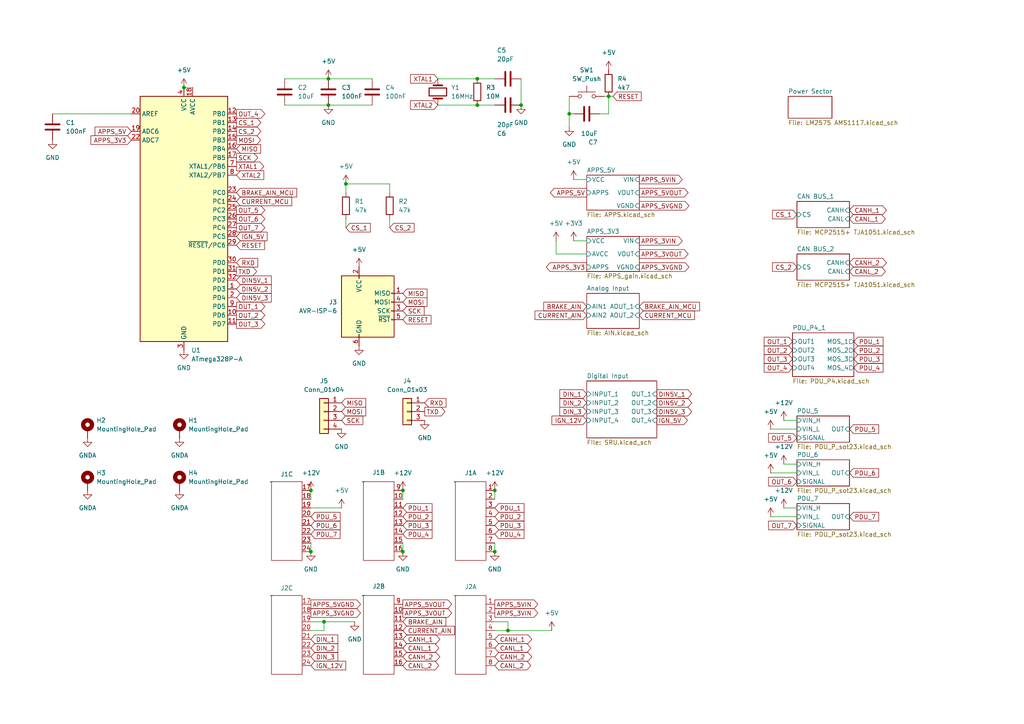
<source format=kicad_sch>
(kicad_sch (version 20250114) (generator "eeschema") (generator_version "9.0")
  (paper "A4")
  (lib_symbols
    (symbol "Connector:AVR-ISP-6" (pin_names (offset 1.016))
      (property "Reference" "J" (at -6.35 11.43 0))
      (property "Value" "AVR-ISP-6" (at 0 11.43 0))
      (symbol "AVR-ISP-6_0_1"
        (rectangle (start -2.667 10.16) (end -2.413 9.398))
        (rectangle (start -2.667 -6.858) (end -2.413 -7.62))
        (rectangle (start 7.62 10.16) (end -7.62 -7.62) (stroke (width 0.254)) (fill (type background)))
        (rectangle (start 7.62 5.207) (end 6.858 4.953))
        (rectangle (start 7.62 2.667) (end 6.858 2.413))
        (rectangle (start 7.62 0.127) (end 6.858 -0.127))
        (rectangle (start 7.62 -2.413) (end 6.858 -2.667))
      )
      (symbol "AVR-ISP-6_1_1"
        (pin passive line (at -2.54 12.7 270) (length 2.54) (name "VCC") (number "2"))
        (pin passive line (at -2.54 -10.16 90) (length 2.54) (name "GND") (number "6"))
        (pin passive line (at 10.16 5.08 180) (length 2.54) (name "MISO") (number "1"))
        (pin passive line (at 10.16 2.54 180) (length 2.54) (name "MOSI") (number "4"))
        (pin passive line (at 10.16 0 180) (length 2.54) (name "SCK") (number "3"))
        (pin passive line (at 10.16 -2.54 180) (length 2.54) (name "~{RST}") (number "5"))
      )
    )
    (symbol "Connector_Generic:Conn_01x03" (pin_names (offset 1.016) (hide yes))
      (property "Reference" "J" (at 0 5.08 0))
      (property "Value" "Conn_01x03" (at 0 -5.08 0))
      (symbol "Conn_01x03_1_1"
        (rectangle (start -1.27 3.81) (end 1.27 -3.81) (stroke (width 0.254)) (fill (type background)))
        (rectangle (start -1.27 2.667) (end 0 2.413) (stroke (width 0.1524)))
        (rectangle (start -1.27 0.127) (end 0 -0.127) (stroke (width 0.1524)))
        (rectangle (start -1.27 -2.413) (end 0 -2.667) (stroke (width 0.1524)))
        (pin passive line (at -5.08 2.54 0) (length 3.81) (name "Pin_1") (number "1"))
        (pin passive line (at -5.08 0 0) (length 3.81) (name "Pin_2") (number "2"))
        (pin passive line (at -5.08 -2.54 0) (length 3.81) (name "Pin_3") (number "3"))
      )
    )
    (symbol "Connector_Generic:Conn_01x04" (pin_names (offset 1.016) (hide yes))
      (property "Reference" "J" (at 0 5.08 0))
      (property "Value" "Conn_01x04" (at 0 -7.62 0))
      (symbol "Conn_01x04_1_1"
        (rectangle (start -1.27 3.81) (end 1.27 -6.35) (stroke (width 0.254)) (fill (type background)))
        (rectangle (start -1.27 2.667) (end 0 2.413) (stroke (width 0.1524)))
        (rectangle (start -1.27 0.127) (end 0 -0.127) (stroke (width 0.1524)))
        (rectangle (start -1.27 -2.413) (end 0 -2.667) (stroke (width 0.1524)))
        (rectangle (start -1.27 -4.953) (end 0 -5.207) (stroke (width 0.1524)))
        (pin passive line (at -5.08 2.54 0) (length 3.81) (name "Pin_1") (number "1"))
        (pin passive line (at -5.08 0 0) (length 3.81) (name "Pin_2") (number "2"))
        (pin passive line (at -5.08 -2.54 0) (length 3.81) (name "Pin_3") (number "3"))
        (pin passive line (at -5.08 -5.08 0) (length 3.81) (name "Pin_4") (number "4"))
      )
    )
    (symbol "Device:C" (pin_numbers (hide yes)) (pin_names (offset 0.254))
      (property "Reference" "C" (at 0.635 2.54 0))
      (property "Value" "C" (at 0.635 -2.54 0))
      (symbol "C_0_1"
        (polyline (pts (xy -2.032 0.762) (xy 2.032 0.762)) (stroke (width 0.508)))
        (polyline (pts (xy -2.032 -0.762) (xy 2.032 -0.762)) (stroke (width 0.508)))
      )
      (symbol "C_1_1"
        (pin passive line (at 0 3.81 270) (length 2.794) (name "~") (number "1"))
        (pin passive line (at 0 -3.81 90) (length 2.794) (name "~") (number "2"))
      )
    )
    (symbol "Device:Crystal" (pin_numbers (hide yes)) (pin_names (offset 1.016) (hide yes))
      (property "Reference" "Y" (at 0 3.81 0))
      (property "Value" "Crystal" (at 0 -3.81 0))
      (symbol "Crystal_0_1"
        (polyline (pts (xy -2.54 0) (xy -1.905 0)))
        (polyline (pts (xy -1.905 -1.27) (xy -1.905 1.27)) (stroke (width 0.508)))
        (rectangle (start -1.143 2.54) (end 1.143 -2.54) (stroke (width 0.3048)))
        (polyline (pts (xy 1.905 -1.27) (xy 1.905 1.27)) (stroke (width 0.508)))
        (polyline (pts (xy 2.54 0) (xy 1.905 0)))
      )
      (symbol "Crystal_1_1"
        (pin passive line (at -3.81 0 0) (length 1.27) (name "1") (number "1"))
        (pin passive line (at 3.81 0 180) (length 1.27) (name "2") (number "2"))
      )
    )
    (symbol "Device:R" (pin_numbers (hide yes)) (pin_names (offset 0))
      (property "Reference" "R" (at 2.032 0 90))
      (property "Value" "R" (at 0 0 90))
      (symbol "R_0_1"
        (rectangle (start -1.016 -2.54) (end 1.016 2.54) (stroke (width 0.254)))
      )
      (symbol "R_1_1"
        (pin passive line (at 0 3.81 270) (length 1.27) (name "~") (number "1"))
        (pin passive line (at 0 -3.81 90) (length 1.27) (name "~") (number "2"))
      )
    )
    (symbol "HD241:HD241"
      (property "Reference" "J" (at 3.81 1.27 0))
      (symbol "HD241_0_1"
        (rectangle (start 0 0) (end 8.89 -22.86))
      )
      (symbol "HD241_1_1"
        (pin bidirectional line (at 11.43 -2.54 180) (length 2.54) (name "") (number "1"))
        (pin bidirectional line (at 11.43 -5.08 180) (length 2.54) (name "") (number "2"))
        (pin bidirectional line (at 11.43 -7.62 180) (length 2.54) (name "") (number "3"))
        (pin bidirectional line (at 11.43 -10.16 180) (length 2.54) (name "") (number "4"))
        (pin bidirectional line (at 11.43 -12.7 180) (length 2.54) (name "") (number "5"))
        (pin bidirectional line (at 11.43 -15.24 180) (length 2.54) (name "") (number "6"))
        (pin bidirectional line (at 11.43 -17.78 180) (length 2.54) (name "") (number "7"))
        (pin bidirectional line (at 11.43 -20.32 180) (length 2.54) (name "") (number "8"))
      )
      (symbol "HD241_2_1"
        (pin bidirectional line (at 11.43 -2.54 180) (length 2.54) (name "") (number "9"))
        (pin bidirectional line (at 11.43 -5.08 180) (length 2.54) (name "") (number "10"))
        (pin bidirectional line (at 11.43 -7.62 180) (length 2.54) (name "") (number "11"))
        (pin bidirectional line (at 11.43 -10.16 180) (length 2.54) (name "") (number "12"))
        (pin bidirectional line (at 11.43 -12.7 180) (length 2.54) (name "") (number "13"))
        (pin bidirectional line (at 11.43 -15.24 180) (length 2.54) (name "") (number "14"))
        (pin bidirectional line (at 11.43 -17.78 180) (length 2.54) (name "") (number "15"))
        (pin bidirectional line (at 11.43 -20.32 180) (length 2.54) (name "") (number "16"))
      )
      (symbol "HD241_3_1"
        (pin bidirectional line (at 11.43 -2.54 180) (length 2.54) (name "") (number "17"))
        (pin bidirectional line (at 11.43 -5.08 180) (length 2.54) (name "") (number "18"))
        (pin bidirectional line (at 11.43 -7.62 180) (length 2.54) (name "") (number "19"))
        (pin bidirectional line (at 11.43 -10.16 180) (length 2.54) (name "") (number "20"))
        (pin bidirectional line (at 11.43 -12.7 180) (length 2.54) (name "") (number "21"))
        (pin bidirectional line (at 11.43 -15.24 180) (length 2.54) (name "") (number "22"))
        (pin bidirectional line (at 11.43 -17.78 180) (length 2.54) (name "") (number "23"))
        (pin bidirectional line (at 11.43 -20.32 180) (length 2.54) (name "") (number "24"))
      )
    )
    (symbol "MCU_Microchip_ATmega:ATmega328P-A"
      (property "Reference" "U" (at -12.7 36.83 0))
      (property "Value" "ATmega328P-A" (at 2.54 -36.83 0))
      (symbol "ATmega328P-A_0_1"
        (rectangle (start -12.7 -35.56) (end 12.7 35.56) (stroke (width 0.254)) (fill (type background)))
      )
      (symbol "ATmega328P-A_1_1"
        (pin passive line (at -15.24 30.48 0) (length 2.54) (name "AREF") (number "20"))
        (pin input line (at -15.24 25.4 0) (length 2.54) (name "ADC6") (number "19"))
        (pin input line (at -15.24 22.86 0) (length 2.54) (name "ADC7") (number "22"))
        (pin power_in line (at 0 38.1 270) (length 2.54) (name "VCC") (number "4"))
        (pin passive line (at 0 38.1 270) (length 2.54) (hide yes) (name "VCC") (number "6"))
        (pin passive line (at 0 -38.1 90) (length 2.54) (hide yes) (name "GND") (number "21"))
        (pin power_in line (at 0 -38.1 90) (length 2.54) (name "GND") (number "3"))
        (pin passive line (at 0 -38.1 90) (length 2.54) (hide yes) (name "GND") (number "5"))
        (pin power_in line (at 2.54 38.1 270) (length 2.54) (name "AVCC") (number "18"))
        (pin bidirectional line (at 15.24 30.48 180) (length 2.54) (name "PB0") (number "12"))
        (pin bidirectional line (at 15.24 27.94 180) (length 2.54) (name "PB1") (number "13"))
        (pin bidirectional line (at 15.24 25.4 180) (length 2.54) (name "PB2") (number "14"))
        (pin bidirectional line (at 15.24 22.86 180) (length 2.54) (name "PB3") (number "15"))
        (pin bidirectional line (at 15.24 20.32 180) (length 2.54) (name "PB4") (number "16"))
        (pin bidirectional line (at 15.24 17.78 180) (length 2.54) (name "PB5") (number "17"))
        (pin bidirectional line (at 15.24 15.24 180) (length 2.54) (name "XTAL1/PB6") (number "7"))
        (pin bidirectional line (at 15.24 12.7 180) (length 2.54) (name "XTAL2/PB7") (number "8"))
        (pin bidirectional line (at 15.24 7.62 180) (length 2.54) (name "PC0") (number "23"))
        (pin bidirectional line (at 15.24 5.08 180) (length 2.54) (name "PC1") (number "24"))
        (pin bidirectional line (at 15.24 2.54 180) (length 2.54) (name "PC2") (number "25"))
        (pin bidirectional line (at 15.24 0 180) (length 2.54) (name "PC3") (number "26"))
        (pin bidirectional line (at 15.24 -2.54 180) (length 2.54) (name "PC4") (number "27"))
        (pin bidirectional line (at 15.24 -5.08 180) (length 2.54) (name "PC5") (number "28"))
        (pin bidirectional line (at 15.24 -7.62 180) (length 2.54) (name "~{RESET}/PC6") (number "29"))
        (pin bidirectional line (at 15.24 -12.7 180) (length 2.54) (name "PD0") (number "30"))
        (pin bidirectional line (at 15.24 -15.24 180) (length 2.54) (name "PD1") (number "31"))
        (pin bidirectional line (at 15.24 -17.78 180) (length 2.54) (name "PD2") (number "32"))
        (pin bidirectional line (at 15.24 -20.32 180) (length 2.54) (name "PD3") (number "1"))
        (pin bidirectional line (at 15.24 -22.86 180) (length 2.54) (name "PD4") (number "2"))
        (pin bidirectional line (at 15.24 -25.4 180) (length 2.54) (name "PD5") (number "9"))
        (pin bidirectional line (at 15.24 -27.94 180) (length 2.54) (name "PD6") (number "10"))
        (pin bidirectional line (at 15.24 -30.48 180) (length 2.54) (name "PD7") (number "11"))
      )
    )
    (symbol "Mechanical:MountingHole_Pad" (pin_numbers (hide yes)) (pin_names (offset 1.016) (hide yes)) (exclude_from_sim yes) (in_bom no)
      (property "Reference" "H" (at 0 6.35 0))
      (property "Value" "MountingHole_Pad" (at 0 4.445 0))
      (symbol "MountingHole_Pad_0_1"
        (circle (center 0 1.27) (radius 1.27) (stroke (width 1.27)))
      )
      (symbol "MountingHole_Pad_1_1"
        (pin input line (at 0 -2.54 90) (length 2.54) (name "1") (number "1"))
      )
    )
    (symbol "Switch:SW_Push" (pin_numbers (hide yes)) (pin_names (offset 1.016) (hide yes))
      (property "Reference" "SW" (at 1.27 2.54 0))
      (property "Value" "SW_Push" (at 0 -1.524 0))
      (symbol "SW_Push_0_1"
        (circle (center -2.032 0) (radius 0.508))
        (polyline (pts (xy 0 1.27) (xy 0 3.048)))
        (circle (center 2.032 0) (radius 0.508))
        (polyline (pts (xy 2.54 1.27) (xy -2.54 1.27)))
        (pin passive line (at -5.08 0 0) (length 2.54) (name "1") (number "1"))
        (pin passive line (at 5.08 0 180) (length 2.54) (name "2") (number "2"))
      )
    )
    (symbol "power:+12V" (power) (pin_numbers (hide yes)) (pin_names (offset 0) (hide yes))
      (property "Value" "+12V" (at 0 3.556 0))
      (symbol "+12V_0_1"
        (polyline (pts (xy -0.762 1.27) (xy 0 2.54)))
        (polyline (pts (xy 0 2.54) (xy 0.762 1.27)))
        (polyline (pts (xy 0 0) (xy 0 2.54)))
      )
      (symbol "+12V_1_1"
        (pin power_in line (at 0 0 90) (length 0) (name "~") (number "1"))
      )
    )
    (symbol "power:+3V3" (power) (pin_numbers (hide yes)) (pin_names (offset 0) (hide yes))
      (property "Value" "+3V3" (at 0 3.556 0))
      (symbol "+3V3_0_1"
        (polyline (pts (xy -0.762 1.27) (xy 0 2.54)))
        (polyline (pts (xy 0 2.54) (xy 0.762 1.27)))
        (polyline (pts (xy 0 0) (xy 0 2.54)))
      )
      (symbol "+3V3_1_1"
        (pin power_in line (at 0 0 90) (length 0) (name "~") (number "1"))
      )
    )
    (symbol "power:+5V" (power) (pin_numbers (hide yes)) (pin_names (offset 0) (hide yes))
      (property "Value" "+5V" (at 0 3.556 0))
      (symbol "+5V_0_1"
        (polyline (pts (xy -0.762 1.27) (xy 0 2.54)))
        (polyline (pts (xy 0 2.54) (xy 0.762 1.27)))
        (polyline (pts (xy 0 0) (xy 0 2.54)))
      )
      (symbol "+5V_1_1"
        (pin power_in line (at 0 0 90) (length 0) (name "~") (number "1"))
      )
    )
    (symbol "power:GND" (power) (pin_numbers (hide yes)) (pin_names (offset 0) (hide yes))
      (property "Value" "GND" (at 0 -3.81 0))
      (symbol "GND_0_1"
        (polyline (pts (xy 0 0) (xy 0 -1.27) (xy 1.27 -1.27) (xy 0 -2.54) (xy -1.27 -1.27) (xy 0 -1.27)))
      )
      (symbol "GND_1_1"
        (pin power_in line (at 0 0 270) (length 0) (name "~") (number "1"))
      )
    )
    (symbol "power:GNDA" (power) (pin_numbers (hide yes)) (pin_names (offset 0) (hide yes))
      (property "Value" "GNDA" (at 0 -3.81 0))
      (symbol "GNDA_0_1"
        (polyline (pts (xy 0 0) (xy 0 -1.27) (xy 1.27 -1.27) (xy 0 -2.54) (xy -1.27 -1.27) (xy 0 -1.27)))
      )
      (symbol "GNDA_1_1"
        (pin power_in line (at 0 0 270) (length 0) (name "~") (number "1"))
      )
    )
  )
  (junction (at 53.34 25.4))
  (junction (at 90.17 160.02))
  (junction (at 95.25 30.48))
  (junction (at 165.1 33.02))
  (junction (at 95.25 22.86))
  (junction (at 138.43 30.48))
  (junction (at 93.98 180.34))
  (junction (at 143.51 160.02))
  (junction (at 116.84 142.24))
  (junction (at 151.13 30.48))
  (junction (at 90.17 142.24))
  (junction (at 100.33 53.34))
  (junction (at 116.84 160.02))
  (junction (at 176.53 27.94))
  (junction (at 147.32 182.88))
  (junction (at 138.43 22.86))
  (junction (at 143.51 142.24))
  (wire (pts (xy 166.37 69.85) (xy 170.18 69.85)))
  (wire (pts (xy 100.33 66.04) (xy 100.33 63.5)))
  (wire (pts (xy 90.17 142.24) (xy 90.17 144.78)))
  (wire (pts (xy 143.51 22.86) (xy 138.43 22.86)))
  (wire (pts (xy 223.52 149.86) (xy 231.14 149.86)))
  (wire (pts (xy 143.51 142.24) (xy 143.51 144.78)))
  (wire (pts (xy 166.37 33.02) (xy 165.1 33.02)))
  (wire (pts (xy 227.33 121.92) (xy 231.14 121.92)))
  (wire (pts (xy 161.29 69.85) (xy 161.29 73.66)))
  (wire (pts (xy 223.52 137.16) (xy 231.14 137.16)))
  (wire (pts (xy 90.17 182.88) (xy 93.98 182.88)))
  (wire (pts (xy 147.32 182.88) (xy 160.02 182.88)))
  (wire (pts (xy 113.03 66.04) (xy 113.03 63.5)))
  (wire (pts (xy 95.25 30.48) (xy 107.95 30.48)))
  (wire (pts (xy 227.33 134.62) (xy 231.14 134.62)))
  (wire (pts (xy 82.55 30.48) (xy 95.25 30.48)))
  (wire (pts (xy 116.84 160.02) (xy 116.84 157.48)))
  (wire (pts (xy 223.52 124.46) (xy 231.14 124.46)))
  (wire (pts (xy 90.17 160.02) (xy 90.17 157.48)))
  (wire (pts (xy 161.29 73.66) (xy 170.18 73.66)))
  (wire (pts (xy 147.32 182.88) (xy 147.32 180.34)))
  (wire (pts (xy 165.1 33.02) (xy 165.1 27.94)))
  (wire (pts (xy 166.37 52.07) (xy 170.18 52.07)))
  (wire (pts (xy 165.1 36.83) (xy 165.1 33.02)))
  (wire (pts (xy 93.98 180.34) (xy 90.17 180.34)))
  (wire (pts (xy 227.33 147.32) (xy 231.14 147.32)))
  (wire (pts (xy 127 22.86) (xy 138.43 22.86)))
  (wire (pts (xy 147.32 180.34) (xy 143.51 180.34)))
  (wire (pts (xy 173.99 33.02) (xy 176.53 33.02)))
  (wire (pts (xy 151.13 22.86) (xy 151.13 30.48)))
  (wire (pts (xy 113.03 53.34) (xy 113.03 55.88)))
  (wire (pts (xy 143.51 182.88) (xy 147.32 182.88)))
  (wire (pts (xy 113.03 53.34) (xy 100.33 53.34)))
  (wire (pts (xy 116.84 142.24) (xy 116.84 144.78)))
  (wire (pts (xy 93.98 180.34) (xy 93.98 182.88)))
  (wire (pts (xy 143.51 30.48) (xy 138.43 30.48)))
  (wire (pts (xy 143.51 160.02) (xy 143.51 157.48)))
  (wire (pts (xy 175.26 27.94) (xy 176.53 27.94)))
  (wire (pts (xy 176.53 33.02) (xy 176.53 27.94)))
  (wire (pts (xy 82.55 22.86) (xy 95.25 22.86)))
  (wire (pts (xy 95.25 22.86) (xy 107.95 22.86)))
  (wire (pts (xy 93.98 180.34) (xy 102.87 180.34)))
  (wire (pts (xy 127 30.48) (xy 138.43 30.48)))
  (wire (pts (xy 100.33 55.88) (xy 100.33 53.34)))
  (wire (pts (xy 176.53 27.94) (xy 177.8 27.94)))
  (wire (pts (xy 53.34 25.4) (xy 55.88 25.4)))
  (wire (pts (xy 15.24 33.02) (xy 38.1 33.02)))
  (wire (pts (xy 99.06 147.32) (xy 90.17 147.32)))
  (global_label "MOSI" (shape input) (at 99.06 119.38 0) (property "Intersheetrefs" "${INTERSHEET_REFS}" (effects (hide yes))))
  (global_label "DIN5V_3" (shape input) (at 68.58 86.36 0) (property "Intersheetrefs" "${INTERSHEET_REFS}" (effects (hide yes))))
  (global_label "APPS_3V3" (shape input) (at 38.1 40.64 180) (property "Intersheetrefs" "${INTERSHEET_REFS}" (effects (hide yes))))
  (global_label "CURRENT_MCU" (shape input) (at 68.58 58.42 0) (property "Intersheetrefs" "${INTERSHEET_REFS}" (effects (hide yes))))
  (global_label "CANL_2" (shape bidirectional) (at 116.84 193.04 0) (property "Intersheetrefs" "${INTERSHEET_REFS}" (effects (hide yes))))
  (global_label "CANL_1" (shape bidirectional) (at 143.51 187.96 0) (property "Intersheetrefs" "${INTERSHEET_REFS}" (effects (hide yes))))
  (global_label "RESET" (shape input) (at 68.58 71.12 0) (property "Intersheetrefs" "${INTERSHEET_REFS}" (effects (hide yes))))
  (global_label "OUT_1" (shape output) (at 68.58 88.9 0) (property "Intersheetrefs" "${INTERSHEET_REFS}" (effects (hide yes))))
  (global_label "OUT_3" (shape input) (at 229.87 104.14 180) (property "Intersheetrefs" "${INTERSHEET_REFS}" (effects (hide yes))))
  (global_label "CS_2" (shape input) (at 113.03 66.04 0) (property "Intersheetrefs" "${INTERSHEET_REFS}" (effects (hide yes))))
  (global_label "APPS_5VIN" (shape output) (at 185.42 52.07 0) (property "Intersheetrefs" "${INTERSHEET_REFS}" (effects (hide yes))))
  (global_label "CANL_1" (shape bidirectional) (at 246.38 63.5 0) (property "Intersheetrefs" "${INTERSHEET_REFS}" (effects (hide yes))))
  (global_label "CANL_1" (shape bidirectional) (at 116.84 187.96 0) (property "Intersheetrefs" "${INTERSHEET_REFS}" (effects (hide yes))))
  (global_label "PDU_3" (shape input) (at 116.84 152.4 0) (property "Intersheetrefs" "${INTERSHEET_REFS}" (effects (hide yes))))
  (global_label "OUT_6" (shape input) (at 231.14 139.7 180) (property "Intersheetrefs" "${INTERSHEET_REFS}" (effects (hide yes))))
  (global_label "APPS_5VOUT" (shape output) (at 185.42 55.88 0) (property "Intersheetrefs" "${INTERSHEET_REFS}" (effects (hide yes))))
  (global_label "PDU_1" (shape input) (at 116.84 147.32 0) (property "Intersheetrefs" "${INTERSHEET_REFS}" (effects (hide yes))))
  (global_label "APPS_5VIN" (shape output) (at 143.51 175.26 0) (property "Intersheetrefs" "${INTERSHEET_REFS}" (effects (hide yes))))
  (global_label "DIN_3" (shape input) (at 170.18 119.38 180) (property "Intersheetrefs" "${INTERSHEET_REFS}" (effects (hide yes))))
  (global_label "OUT_7" (shape input) (at 231.14 152.4 180) (property "Intersheetrefs" "${INTERSHEET_REFS}" (effects (hide yes))))
  (global_label "PDU_1" (shape input) (at 143.51 147.32 0) (property "Intersheetrefs" "${INTERSHEET_REFS}" (effects (hide yes))))
  (global_label "DIN5V_1" (shape input) (at 68.58 81.28 0) (property "Intersheetrefs" "${INTERSHEET_REFS}" (effects (hide yes))))
  (global_label "PDU_6" (shape input) (at 90.17 152.4 0) (property "Intersheetrefs" "${INTERSHEET_REFS}" (effects (hide yes))))
  (global_label "OUT_6" (shape output) (at 68.58 63.5 0) (property "Intersheetrefs" "${INTERSHEET_REFS}" (effects (hide yes))))
  (global_label "PDU_7" (shape input) (at 90.17 154.94 0) (property "Intersheetrefs" "${INTERSHEET_REFS}" (effects (hide yes))))
  (global_label "BRAKE_AIN" (shape input) (at 170.18 88.9 180) (property "Intersheetrefs" "${INTERSHEET_REFS}" (effects (hide yes))))
  (global_label "OUT_5" (shape input) (at 231.14 127 180) (property "Intersheetrefs" "${INTERSHEET_REFS}" (effects (hide yes))))
  (global_label "MOSI" (shape input) (at 116.84 87.63 0) (property "Intersheetrefs" "${INTERSHEET_REFS}" (effects (hide yes))))
  (global_label "APPS_3VGND" (shape output) (at 185.42 77.47 0) (property "Intersheetrefs" "${INTERSHEET_REFS}" (effects (hide yes))))
  (global_label "PDU_4" (shape input) (at 143.51 154.94 0) (property "Intersheetrefs" "${INTERSHEET_REFS}" (effects (hide yes))))
  (global_label "PDU_2" (shape input) (at 143.51 149.86 0) (property "Intersheetrefs" "${INTERSHEET_REFS}" (effects (hide yes))))
  (global_label "PDU_2" (shape input) (at 247.65 101.6 0) (property "Intersheetrefs" "${INTERSHEET_REFS}" (effects (hide yes))))
  (global_label "DIN_2" (shape input) (at 170.18 116.84 180) (property "Intersheetrefs" "${INTERSHEET_REFS}" (effects (hide yes))))
  (global_label "APPS_5VOUT" (shape output) (at 116.84 175.26 0) (property "Intersheetrefs" "${INTERSHEET_REFS}" (effects (hide yes))))
  (global_label "PDU_4" (shape input) (at 247.65 106.68 0) (property "Intersheetrefs" "${INTERSHEET_REFS}" (effects (hide yes))))
  (global_label "IGN_5V" (shape output) (at 190.5 121.92 0) (property "Intersheetrefs" "${INTERSHEET_REFS}" (effects (hide yes))))
  (global_label "DIN_1" (shape input) (at 90.17 185.42 0) (property "Intersheetrefs" "${INTERSHEET_REFS}" (effects (hide yes))))
  (global_label "APPS_5VGND" (shape output) (at 90.17 175.26 0) (property "Intersheetrefs" "${INTERSHEET_REFS}" (effects (hide yes))))
  (global_label "PDU_1" (shape input) (at 247.65 99.06 0) (property "Intersheetrefs" "${INTERSHEET_REFS}" (effects (hide yes))))
  (global_label "APPS_3VOUT" (shape output) (at 116.84 177.8 0) (property "Intersheetrefs" "${INTERSHEET_REFS}" (effects (hide yes))))
  (global_label "RESET" (shape input) (at 177.8 27.94 0) (property "Intersheetrefs" "${INTERSHEET_REFS}" (effects (hide yes))))
  (global_label "RESET" (shape input) (at 116.84 92.71 0) (property "Intersheetrefs" "${INTERSHEET_REFS}" (effects (hide yes))))
  (global_label "SCK" (shape input) (at 116.84 90.17 0) (property "Intersheetrefs" "${INTERSHEET_REFS}" (effects (hide yes))))
  (global_label "PDU_3" (shape input) (at 247.65 104.14 0) (property "Intersheetrefs" "${INTERSHEET_REFS}" (effects (hide yes))))
  (global_label "MISO" (shape input) (at 68.58 43.18 0) (property "Intersheetrefs" "${INTERSHEET_REFS}" (effects (hide yes))))
  (global_label "CANH_1" (shape bidirectional) (at 143.51 185.42 0) (property "Intersheetrefs" "${INTERSHEET_REFS}" (effects (hide yes))))
  (global_label "MISO" (shape input) (at 116.84 85.09 0) (property "Intersheetrefs" "${INTERSHEET_REFS}" (effects (hide yes))))
  (global_label "DIN_3" (shape input) (at 90.17 190.5 0) (property "Intersheetrefs" "${INTERSHEET_REFS}" (effects (hide yes))))
  (global_label "SCK" (shape output) (at 68.58 45.72 0) (property "Intersheetrefs" "${INTERSHEET_REFS}" (effects (hide yes))))
  (global_label "DIN5V_3" (shape output) (at 190.5 119.38 0) (property "Intersheetrefs" "${INTERSHEET_REFS}" (effects (hide yes))))
  (global_label "XTAL1" (shape output) (at 68.58 48.26 0) (property "Intersheetrefs" "${INTERSHEET_REFS}" (effects (hide yes))))
  (global_label "PDU_2" (shape input) (at 116.84 149.86 0) (property "Intersheetrefs" "${INTERSHEET_REFS}" (effects (hide yes))))
  (global_label "APPS_3VOUT" (shape output) (at 185.42 73.66 0) (property "Intersheetrefs" "${INTERSHEET_REFS}" (effects (hide yes))))
  (global_label "OUT_2" (shape output) (at 68.58 91.44 0) (property "Intersheetrefs" "${INTERSHEET_REFS}" (effects (hide yes))))
  (global_label "CANH_1" (shape bidirectional) (at 116.84 185.42 0) (property "Intersheetrefs" "${INTERSHEET_REFS}" (effects (hide yes))))
  (global_label "TXD" (shape output) (at 68.58 78.74 0) (property "Intersheetrefs" "${INTERSHEET_REFS}" (effects (hide yes))))
  (global_label "APPS_3VIN" (shape output) (at 143.51 177.8 0) (property "Intersheetrefs" "${INTERSHEET_REFS}" (effects (hide yes))))
  (global_label "OUT_4" (shape output) (at 68.58 33.02 0) (property "Intersheetrefs" "${INTERSHEET_REFS}" (effects (hide yes))))
  (global_label "RXD" (shape input) (at 123.19 116.84 0) (property "Intersheetrefs" "${INTERSHEET_REFS}" (effects (hide yes))))
  (global_label "IGN_12V" (shape input) (at 170.18 121.92 180) (property "Intersheetrefs" "${INTERSHEET_REFS}" (effects (hide yes))))
  (global_label "CS_1" (shape input) (at 231.14 62.23 180) (property "Intersheetrefs" "${INTERSHEET_REFS}" (effects (hide yes))))
  (global_label "SCK" (shape input) (at 99.06 121.92 0) (property "Intersheetrefs" "${INTERSHEET_REFS}" (effects (hide yes))))
  (global_label "IGN_5V" (shape input) (at 68.58 68.58 0) (property "Intersheetrefs" "${INTERSHEET_REFS}" (effects (hide yes))))
  (global_label "OUT_7" (shape output) (at 68.58 66.04 0) (property "Intersheetrefs" "${INTERSHEET_REFS}" (effects (hide yes))))
  (global_label "CANH_2" (shape bidirectional) (at 143.51 190.5 0) (property "Intersheetrefs" "${INTERSHEET_REFS}" (effects (hide yes))))
  (global_label "MOSI" (shape output) (at 68.58 40.64 0) (property "Intersheetrefs" "${INTERSHEET_REFS}" (effects (hide yes))))
  (global_label "CURRENT_MCU" (shape input) (at 185.42 91.44 0) (property "Intersheetrefs" "${INTERSHEET_REFS}" (effects (hide yes))))
  (global_label "CANH_2" (shape bidirectional) (at 246.38 76.2 0) (property "Intersheetrefs" "${INTERSHEET_REFS}" (effects (hide yes))))
  (global_label "APPS_5VGND" (shape output) (at 185.42 59.69 0) (property "Intersheetrefs" "${INTERSHEET_REFS}" (effects (hide yes))))
  (global_label "DIN5V_2" (shape output) (at 190.5 116.84 0) (property "Intersheetrefs" "${INTERSHEET_REFS}" (effects (hide yes))))
  (global_label "DIN_2" (shape input) (at 90.17 187.96 0) (property "Intersheetrefs" "${INTERSHEET_REFS}" (effects (hide yes))))
  (global_label "PDU_3" (shape input) (at 143.51 152.4 0) (property "Intersheetrefs" "${INTERSHEET_REFS}" (effects (hide yes))))
  (global_label "OUT_1" (shape input) (at 229.87 99.06 180) (property "Intersheetrefs" "${INTERSHEET_REFS}" (effects (hide yes))))
  (global_label "PDU_6" (shape input) (at 246.38 137.16 0) (property "Intersheetrefs" "${INTERSHEET_REFS}" (effects (hide yes))))
  (global_label "RXD" (shape input) (at 68.58 76.2 0) (property "Intersheetrefs" "${INTERSHEET_REFS}" (effects (hide yes))))
  (global_label "BRAKE_AIN_MCU" (shape input) (at 185.42 88.9 0) (property "Intersheetrefs" "${INTERSHEET_REFS}" (effects (hide yes))))
  (global_label "XTAL1" (shape input) (at 127 22.86 180) (property "Intersheetrefs" "${INTERSHEET_REFS}" (effects (hide yes))))
  (global_label "APPS_3VIN" (shape output) (at 185.42 69.85 0) (property "Intersheetrefs" "${INTERSHEET_REFS}" (effects (hide yes))))
  (global_label "CANH_1" (shape bidirectional) (at 246.38 60.96 0) (property "Intersheetrefs" "${INTERSHEET_REFS}" (effects (hide yes))))
  (global_label "APPS_5V" (shape input) (at 38.1 38.1 180) (property "Intersheetrefs" "${INTERSHEET_REFS}" (effects (hide yes))))
  (global_label "APPS_3VGND" (shape output) (at 90.17 177.8 0) (property "Intersheetrefs" "${INTERSHEET_REFS}" (effects (hide yes))))
  (global_label "OUT_3" (shape output) (at 68.58 93.98 0) (property "Intersheetrefs" "${INTERSHEET_REFS}" (effects (hide yes))))
  (global_label "CURRENT_AIN" (shape input) (at 170.18 91.44 180) (property "Intersheetrefs" "${INTERSHEET_REFS}" (effects (hide yes))))
  (global_label "CURRENT_AIN" (shape input) (at 116.84 182.88 0) (property "Intersheetrefs" "${INTERSHEET_REFS}" (effects (hide yes))))
  (global_label "CANL_2" (shape bidirectional) (at 143.51 193.04 0) (property "Intersheetrefs" "${INTERSHEET_REFS}" (effects (hide yes))))
  (global_label "DIN5V_1" (shape output) (at 190.5 114.3 0) (property "Intersheetrefs" "${INTERSHEET_REFS}" (effects (hide yes))))
  (global_label "PDU_5" (shape input) (at 246.38 124.46 0) (property "Intersheetrefs" "${INTERSHEET_REFS}" (effects (hide yes))))
  (global_label "XTAL2" (shape input) (at 68.58 50.8 0) (property "Intersheetrefs" "${INTERSHEET_REFS}" (effects (hide yes))))
  (global_label "APPS_5V" (shape output) (at 170.18 55.88 180) (property "Intersheetrefs" "${INTERSHEET_REFS}" (effects (hide yes))))
  (global_label "BRAKE_AIN_MCU" (shape input) (at 68.58 55.88 0) (property "Intersheetrefs" "${INTERSHEET_REFS}" (effects (hide yes))))
  (global_label "PDU_5" (shape input) (at 90.17 149.86 0) (property "Intersheetrefs" "${INTERSHEET_REFS}" (effects (hide yes))))
  (global_label "CS_2" (shape output) (at 68.58 38.1 0) (property "Intersheetrefs" "${INTERSHEET_REFS}" (effects (hide yes))))
  (global_label "OUT_5" (shape output) (at 68.58 60.96 0) (property "Intersheetrefs" "${INTERSHEET_REFS}" (effects (hide yes))))
  (global_label "XTAL2" (shape input) (at 127 30.48 180) (property "Intersheetrefs" "${INTERSHEET_REFS}" (effects (hide yes))))
  (global_label "PDU_4" (shape input) (at 116.84 154.94 0) (property "Intersheetrefs" "${INTERSHEET_REFS}" (effects (hide yes))))
  (global_label "OUT_4" (shape input) (at 229.87 106.68 180) (property "Intersheetrefs" "${INTERSHEET_REFS}" (effects (hide yes))))
  (global_label "CS_1" (shape input) (at 100.33 66.04 0) (property "Intersheetrefs" "${INTERSHEET_REFS}" (effects (hide yes))))
  (global_label "OUT_2" (shape input) (at 229.87 101.6 180) (property "Intersheetrefs" "${INTERSHEET_REFS}" (effects (hide yes))))
  (global_label "PDU_7" (shape input) (at 246.38 149.86 0) (property "Intersheetrefs" "${INTERSHEET_REFS}" (effects (hide yes))))
  (global_label "DIN_1" (shape input) (at 170.18 114.3 180) (property "Intersheetrefs" "${INTERSHEET_REFS}" (effects (hide yes))))
  (global_label "CS_2" (shape input) (at 231.14 77.47 180) (property "Intersheetrefs" "${INTERSHEET_REFS}" (effects (hide yes))))
  (global_label "APPS_3V3" (shape output) (at 170.18 77.47 180) (property "Intersheetrefs" "${INTERSHEET_REFS}" (effects (hide yes))))
  (global_label "BRAKE_AIN" (shape input) (at 116.84 180.34 0) (property "Intersheetrefs" "${INTERSHEET_REFS}" (effects (hide yes))))
  (global_label "CANH_2" (shape bidirectional) (at 116.84 190.5 0) (property "Intersheetrefs" "${INTERSHEET_REFS}" (effects (hide yes))))
  (global_label "IGN_12V" (shape input) (at 90.17 193.04 0) (property "Intersheetrefs" "${INTERSHEET_REFS}" (effects (hide yes))))
  (global_label "TXD" (shape output) (at 123.19 119.38 0) (property "Intersheetrefs" "${INTERSHEET_REFS}" (effects (hide yes))))
  (global_label "CS_1" (shape output) (at 68.58 35.56 0) (property "Intersheetrefs" "${INTERSHEET_REFS}" (effects (hide yes))))
  (global_label "DIN5V_2" (shape input) (at 68.58 83.82 0) (property "Intersheetrefs" "${INTERSHEET_REFS}" (effects (hide yes))))
  (global_label "MISO" (shape input) (at 99.06 116.84 0) (property "Intersheetrefs" "${INTERSHEET_REFS}" (effects (hide yes))))
  (global_label "CANL_2" (shape bidirectional) (at 246.38 78.74 0) (property "Intersheetrefs" "${INTERSHEET_REFS}" (effects (hide yes))))
  (symbol (lib_id "power:+5V") (at 166.37 52.07 0) (unit 1)
    (property "Reference" "#PWR021" (effects (hide yes)))
    (property "Value" "+5V" (at 166.37 46.99 0))
    (property "Description" "Power symbol creates a global label with name \"+5V\"" (effects (hide yes)))
  )
  (symbol (lib_id "Mechanical:MountingHole_Pad") (at 52.07 124.46 0) (unit 1) (exclude_from_sim yes) (in_bom no)
    (property "Reference" "H1" (at 54.61 121.9199 0) (effects (justify left)))
    (property "Value" "MountingHole_Pad" (at 54.61 124.4599 0) (effects (justify left)))
    (property "Footprint" "RMC_MountingHole:MountingHole_3.2mmx5mm_M3_ISO7380" (effects (hide yes)))
    (property "Description" "Mounting Hole with connection" (effects (hide yes)))
  )
  (symbol (lib_id "power:GND") (at 95.25 30.48 0) (unit 1)
    (property "Reference" "#PWR07" (effects (hide yes)))
    (property "Value" "GND" (at 95.25 35.56 0))
    (property "Description" "Power symbol creates a global label with name \"GND\" , ground" (effects (hide yes)))
  )
  (symbol (lib_id "Device:C") (at 147.32 22.86 90) (unit 1)
    (property "Reference" "C5" (at 144.145 14.6049 90) (effects (justify right)))
    (property "Value" "20pF" (at 144.145 17.1449 90) (effects (justify right)))
    (property "Footprint" "RMC_Capacitor:C_0805_2012Metric_Pad1.18x1.45mm_HandSolder_L" (effects (hide yes)))
    (property "Description" "Unpolarized capacitor" (effects (hide yes)))
  )
  (symbol (lib_id "Mechanical:MountingHole_Pad") (at 25.4 139.7 0) (unit 1) (exclude_from_sim yes) (in_bom no)
    (property "Reference" "H3" (at 27.94 137.1599 0) (effects (justify left)))
    (property "Value" "MountingHole_Pad" (at 27.94 139.6999 0) (effects (justify left)))
    (property "Footprint" "RMC_MountingHole:MountingHole_3.2mmx5mm_M3_ISO7380" (effects (hide yes)))
    (property "Description" "Mounting Hole with connection" (effects (hide yes)))
  )
  (symbol (lib_id "power:+5V") (at 95.25 22.86 0) (unit 1)
    (property "Reference" "#PWR06" (effects (hide yes)))
    (property "Value" "+5V" (at 95.25 17.78 0))
    (property "Description" "Power symbol creates a global label with name \"+5V\"" (effects (hide yes)))
  )
  (symbol (lib_id "power:+5V") (at 223.52 149.86 0) (unit 1)
    (property "Reference" "#PWR026" (effects (hide yes)))
    (property "Value" "+5V" (at 223.52 144.78 0))
    (property "Description" "Power symbol creates a global label with name \"+5V\"" (effects (hide yes)))
  )
  (symbol (lib_id "Device:C") (at 82.55 26.67 0) (unit 1)
    (property "Reference" "C2" (at 86.36 25.3999 0) (effects (justify left)))
    (property "Value" "10uF" (at 86.36 27.9399 0) (effects (justify left)))
    (property "Footprint" "RMC_Capacitor:C_0805_2012Metric_Pad1.18x1.45mm_HandSolder_L" (effects (hide yes)))
    (property "Description" "Unpolarized capacitor" (effects (hide yes)))
  )
  (symbol (lib_id "power:GND") (at 104.14 100.33 0) (unit 1)
    (property "Reference" "#PWR012" (effects (hide yes)))
    (property "Value" "GND" (at 104.14 105.41 0))
    (property "Description" "Power symbol creates a global label with name \"GND\" , ground" (effects (hide yes)))
  )
  (symbol (lib_id "power:GND") (at 165.1 36.83 0) (unit 1)
    (property "Reference" "#PWR020" (effects (hide yes)))
    (property "Value" "GND" (at 165.1 41.91 0))
    (property "Description" "Power symbol creates a global label with name \"GND\" , ground" (effects (hide yes)))
  )
  (symbol (lib_id "power:+12V") (at 90.17 142.24 0) (unit 1)
    (property "Reference" "#PWR04" (effects (hide yes)))
    (property "Value" "+12V" (at 90.17 137.16 0))
    (property "Description" "Power symbol creates a global label with name \"+12V\"" (effects (hide yes)))
  )
  (symbol (lib_id "power:+12V") (at 143.51 142.24 0) (unit 1)
    (property "Reference" "#PWR015" (effects (hide yes)))
    (property "Value" "+12V" (at 143.51 137.16 0))
    (property "Description" "Power symbol creates a global label with name \"+12V\"" (effects (hide yes)))
  )
  (symbol (lib_id "Connector:AVR-ISP-6") (at 106.68 90.17 0) (unit 1)
    (property "Reference" "J3" (at 97.79 87.6299 0) (effects (justify right)))
    (property "Value" "AVR-ISP-6" (at 97.79 90.1699 0) (effects (justify right)))
    (property "Footprint" "RMC_Connnector:PinHeader_2x03_P2.54mm_Vertical_handsolder" (effects (hide yes)))
    (property "Description" "Atmel 6-pin ISP connector" (effects (hide yes)))
  )
  (symbol (lib_id "power:+5V") (at 99.06 147.32 0) (unit 1)
    (property "Reference" "#PWR08" (effects (hide yes)))
    (property "Value" "+5V" (at 99.06 142.24 0))
    (property "Description" "Power symbol creates a global label with name \"+5V\"" (effects (hide yes)))
  )
  (symbol (lib_id "power:+5V") (at 104.14 77.47 0) (unit 1)
    (property "Reference" "#PWR011" (effects (hide yes)))
    (property "Value" "+5V" (at 104.14 72.39 0))
    (property "Description" "Power symbol creates a global label with name \"+5V\"" (effects (hide yes)))
  )
  (symbol (lib_id "power:GND") (at 102.87 180.34 0) (unit 1)
    (property "Reference" "#PWR010" (effects (hide yes)))
    (property "Value" "GND" (at 102.87 185.42 0))
    (property "Description" "Power symbol creates a global label with name \"GND\" , ground" (effects (hide yes)))
  )
  (symbol (lib_id "Device:R") (at 138.43 26.67 0) (unit 1)
    (property "Reference" "R3" (at 140.97 25.3999 0) (effects (justify left)))
    (property "Value" "10M" (at 140.97 27.9399 0) (effects (justify left)))
    (property "Footprint" "RMC_Resistor:R_0805_2012Metric_Pad1.20x1.40mm_HandSolder_L" (effects (hide yes)))
    (property "Description" "Resistor" (effects (hide yes)))
  )
  (symbol (lib_id "power:GND") (at 15.24 40.64 0) (unit 1)
    (property "Reference" "#PWR01" (effects (hide yes)))
    (property "Value" "GND" (at 15.24 45.72 0))
    (property "Description" "Power symbol creates a global label with name \"GND\" , ground" (effects (hide yes)))
  )
  (symbol (lib_id "MCU_Microchip_ATmega:ATmega328P-A") (at 53.34 63.5 0) (unit 1)
    (property "Reference" "U1" (at 55.4833 101.6 0) (effects (justify left)))
    (property "Value" "ATmega328P-A" (at 55.4833 104.14 0) (effects (justify left)))
    (property "Footprint" "RMC_QFP:TQFP-32_7x7mm_P0.8mm_L" (effects (hide yes)))
    (property "Datasheet" "http://ww1.microchip.com/downloads/en/DeviceDoc/ATmega328_P%20AVR%20MCU%20with%20picoPower%20Technology%20Data%20Sheet%2040001984A.pdf" (effects (hide yes)))
    (property "Description" "20MHz, 32kB Flash, 2kB SRAM, 1kB EEPROM, TQFP-32" (effects (hide yes)))
  )
  (symbol (lib_id "power:GNDA") (at 25.4 142.24 0) (unit 1)
    (property "Reference" "#PWR0104" (effects (hide yes)))
    (property "Value" "GNDA" (at 25.4 147.32 0))
    (property "Description" "Power symbol creates a global label with name \"GNDA\" , analog ground" (effects (hide yes)))
  )
  (symbol (lib_id "power:+3V3") (at 166.37 69.85 0) (unit 1)
    (property "Reference" "#PWR022" (effects (hide yes)))
    (property "Value" "+3V3" (at 166.37 64.77 0))
    (property "Description" "Power symbol creates a global label with name \"+3V3\"" (effects (hide yes)))
  )
  (symbol (lib_id "power:+5V") (at 53.34 25.4 0) (unit 1)
    (property "Reference" "#PWR02" (effects (hide yes)))
    (property "Value" "+5V" (at 53.34 20.32 0))
    (property "Description" "Power symbol creates a global label with name \"+5V\"" (effects (hide yes)))
  )
  (symbol (lib_id "power:GND") (at 151.13 30.48 0) (unit 1)
    (property "Reference" "#PWR017" (effects (hide yes)))
    (property "Value" "GND" (at 151.13 35.56 0))
    (property "Description" "Power symbol creates a global label with name \"GND\" , ground" (effects (hide yes)))
  )
  (symbol (lib_id "power:GNDA") (at 52.07 142.24 0) (unit 1)
    (property "Reference" "#PWR0106" (effects (hide yes)))
    (property "Value" "GNDA" (at 52.07 147.32 0))
    (property "Description" "Power symbol creates a global label with name \"GNDA\" , analog ground" (effects (hide yes)))
  )
  (symbol (lib_id "Device:C") (at 170.18 33.02 270) (unit 1)
    (property "Reference" "C7" (at 173.355 41.2751 90) (effects (justify right)))
    (property "Value" "10uF" (at 173.355 38.7351 90) (effects (justify right)))
    (property "Footprint" "RMC_Capacitor:C_0805_2012Metric_Pad1.18x1.45mm_HandSolder_L" (effects (hide yes)))
    (property "Description" "Unpolarized capacitor" (effects (hide yes)))
  )
  (symbol (lib_id "power:+12V") (at 227.33 134.62 0) (unit 1)
    (property "Reference" "#PWR028" (effects (hide yes)))
    (property "Value" "+12V" (at 227.33 129.54 0))
    (property "Description" "Power symbol creates a global label with name \"+12V\"" (effects (hide yes)))
  )
  (symbol (lib_id "power:GND") (at 99.06 124.46 0) (unit 1)
    (property "Reference" "#PWR0108" (effects (hide yes)))
    (property "Value" "GND" (at 99.06 129.54 0))
    (property "Description" "Power symbol creates a global label with name \"GND\" , ground" (effects (hide yes)))
  )
  (symbol (lib_id "Mechanical:MountingHole_Pad") (at 52.07 139.7 0) (unit 1) (exclude_from_sim yes) (in_bom no)
    (property "Reference" "H4" (at 54.61 137.1599 0) (effects (justify left)))
    (property "Value" "MountingHole_Pad" (at 54.61 139.6999 0) (effects (justify left)))
    (property "Footprint" "RMC_MountingHole:MountingHole_3.2mmx5mm_M3_ISO7380" (effects (hide yes)))
    (property "Description" "Mounting Hole with connection" (effects (hide yes)))
  )
  (symbol (lib_id "HD241:HD241") (at 105.41 172.72 0) (unit 2)
    (property "Reference" "J2" (at 109.855 170.053 0))
    (property "Value" "~" (at 105.41 172.72 0))
    (property "Footprint" "RMC_Connnector:HD241_GF30" (effects (hide yes)))
  )
  (symbol (lib_id "power:GND") (at 123.19 121.92 0) (unit 1)
    (property "Reference" "#PWR0109" (effects (hide yes)))
    (property "Value" "GND" (at 123.19 127 0))
    (property "Description" "Power symbol creates a global label with name \"GND\" , ground" (effects (hide yes)))
  )
  (symbol (lib_id "Device:Crystal") (at 127 26.67 90) (unit 1)
    (property "Reference" "Y1" (at 130.81 25.3999 90) (effects (justify right)))
    (property "Value" "16MHz" (at 130.81 27.9399 90) (effects (justify right)))
    (property "Footprint" "RMC_Crystal:Crystal_HC49-U_Vertical_W_SMD_Handolder" (effects (hide yes)))
    (property "Description" "Two pin crystal" (effects (hide yes)))
  )
  (symbol (lib_id "Switch:SW_Push") (at 170.18 27.94 0) (unit 1)
    (property "Reference" "SW1" (at 170.18 20.32 0))
    (property "Value" "SW_Push" (at 170.18 22.86 0))
    (property "Footprint" "Button_Switch_THT:SW_PUSH_6mm" (effects (hide yes)))
    (property "Description" "Push button switch, generic, two pins" (effects (hide yes)))
  )
  (symbol (lib_id "HD241:HD241") (at 132.08 172.72 0) (unit 1)
    (property "Reference" "J2" (at 136.525 170.18 0))
    (property "Value" "~" (at 132.08 172.72 0))
    (property "Footprint" "RMC_Connnector:HD241_GF30" (effects (hide yes)))
  )
  (symbol (lib_id "power:+5V") (at 176.53 20.32 0) (unit 1)
    (property "Reference" "#PWR023" (effects (hide yes)))
    (property "Value" "+5V" (at 176.53 15.24 0))
    (property "Description" "Power symbol creates a global label with name \"+5V\"" (effects (hide yes)))
  )
  (symbol (lib_id "Device:R") (at 113.03 59.69 0) (unit 1)
    (property "Reference" "R2" (at 115.57 58.4199 0) (effects (justify left)))
    (property "Value" "47k" (at 115.57 60.9599 0) (effects (justify left)))
    (property "Footprint" "RMC_Resistor:R_0805_2012Metric_Pad1.20x1.40mm_HandSolder_L" (effects (hide yes)))
    (property "Description" "Resistor" (effects (hide yes)))
  )
  (symbol (lib_id "power:+5V") (at 223.52 124.46 0) (unit 1)
    (property "Reference" "#PWR024" (effects (hide yes)))
    (property "Value" "+5V" (at 223.52 119.38 0))
    (property "Description" "Power symbol creates a global label with name \"+5V\"" (effects (hide yes)))
  )
  (symbol (lib_id "power:+5V") (at 100.33 53.34 0) (unit 1)
    (property "Reference" "#PWR09" (effects (hide yes)))
    (property "Value" "+5V" (at 100.33 48.26 0))
    (property "Description" "Power symbol creates a global label with name \"+5V\"" (effects (hide yes)))
  )
  (symbol (lib_id "power:GNDA") (at 52.07 127 0) (unit 1)
    (property "Reference" "#PWR0107" (effects (hide yes)))
    (property "Value" "GNDA" (at 52.07 132.08 0))
    (property "Description" "Power symbol creates a global label with name \"GNDA\" , analog ground" (effects (hide yes)))
  )
  (symbol (lib_id "Connector_Generic:Conn_01x04") (at 93.98 119.38 0) (mirror y) (unit 1)
    (property "Reference" "J5" (at 93.98 110.49 0))
    (property "Value" "Conn_01x04" (at 93.98 113.03 0))
    (property "Footprint" "Connector_JST:JST_XH_B4B-XH-A_1x04_P2.50mm_Vertical" (effects (hide yes)))
    (property "Description" "Generic connector, single row, 01x04, script generated (kicad-library-utils/schlib/autogen/connector/)" (effects (hide yes)))
  )
  (symbol (lib_id "power:GND") (at 90.17 160.02 0) (unit 1)
    (property "Reference" "#PWR05" (effects (hide yes)))
    (property "Value" "GND" (at 90.17 165.1 0))
    (property "Description" "Power symbol creates a global label with name \"GND\" , ground" (effects (hide yes)))
  )
  (symbol (lib_id "power:GND") (at 53.34 101.6 0) (unit 1)
    (property "Reference" "#PWR03" (effects (hide yes)))
    (property "Value" "GND" (at 53.34 106.68 0))
    (property "Description" "Power symbol creates a global label with name \"GND\" , ground" (effects (hide yes)))
  )
  (symbol (lib_id "Device:R") (at 100.33 59.69 0) (unit 1)
    (property "Reference" "R1" (at 102.87 58.4199 0) (effects (justify left)))
    (property "Value" "47k" (at 102.87 60.9599 0) (effects (justify left)))
    (property "Footprint" "RMC_Resistor:R_0805_2012Metric_Pad1.20x1.40mm_HandSolder_L" (effects (hide yes)))
    (property "Description" "Resistor" (effects (hide yes)))
  )
  (symbol (lib_id "Device:C") (at 107.95 26.67 0) (unit 1)
    (property "Reference" "C4" (at 111.76 25.3999 0) (effects (justify left)))
    (property "Value" "100nF" (at 111.76 27.9399 0) (effects (justify left)))
    (property "Footprint" "RMC_Capacitor:C_0805_2012Metric_Pad1.18x1.45mm_HandSolder_L" (effects (hide yes)))
    (property "Description" "Unpolarized capacitor" (effects (hide yes)))
  )
  (symbol (lib_id "Connector_Generic:Conn_01x03") (at 118.11 119.38 0) (mirror y) (unit 1)
    (property "Reference" "J4" (at 118.11 110.49 0))
    (property "Value" "Conn_01x03" (at 118.11 113.03 0))
    (property "Footprint" "Connector_JST:JST_XH_B3B-XH-A_1x03_P2.50mm_Vertical" (effects (hide yes)))
    (property "Description" "Generic connector, single row, 01x03, script generated (kicad-library-utils/schlib/autogen/connector/)" (effects (hide yes)))
  )
  (symbol (lib_id "HD241:HD241") (at 78.74 139.7 0) (unit 3)
    (property "Reference" "J1" (at 83.185 137.541 0))
    (property "Value" "~" (at 78.74 139.7 0))
    (property "Footprint" "RMC_Connnector:HD241_24pin" (effects (hide yes)))
  )
  (symbol (lib_id "power:GNDA") (at 25.4 127 0) (unit 1)
    (property "Reference" "#PWR0105" (effects (hide yes)))
    (property "Value" "GNDA" (at 25.4 132.08 0))
    (property "Description" "Power symbol creates a global label with name \"GNDA\" , analog ground" (effects (hide yes)))
  )
  (symbol (lib_id "power:+5V") (at 160.02 182.88 0) (unit 1)
    (property "Reference" "#PWR018" (effects (hide yes)))
    (property "Value" "+5V" (at 160.02 177.8 0))
    (property "Description" "Power symbol creates a global label with name \"+5V\"" (effects (hide yes)))
  )
  (symbol (lib_id "Device:C") (at 95.25 26.67 0) (unit 1)
    (property "Reference" "C3" (at 99.06 25.3999 0) (effects (justify left)))
    (property "Value" "100nF" (at 99.06 27.9399 0) (effects (justify left)))
    (property "Footprint" "RMC_Capacitor:C_0805_2012Metric_Pad1.18x1.45mm_HandSolder_L" (effects (hide yes)))
    (property "Description" "Unpolarized capacitor" (effects (hide yes)))
  )
  (symbol (lib_id "power:+5V") (at 223.52 137.16 0) (unit 1)
    (property "Reference" "#PWR025" (effects (hide yes)))
    (property "Value" "+5V" (at 223.52 132.08 0))
    (property "Description" "Power symbol creates a global label with name \"+5V\"" (effects (hide yes)))
  )
  (symbol (lib_id "HD241:HD241") (at 105.41 139.7 0) (unit 2)
    (property "Reference" "J1" (at 109.855 137.033 0))
    (property "Value" "~" (at 105.41 139.7 0))
    (property "Footprint" "RMC_Connnector:HD241_24pin" (effects (hide yes)))
  )
  (symbol (lib_id "HD241:HD241") (at 132.08 139.7 0) (unit 1)
    (property "Reference" "J1" (at 136.525 137.16 0))
    (property "Value" "~" (at 132.08 139.7 0))
    (property "Footprint" "RMC_Connnector:HD241_24pin" (effects (hide yes)))
  )
  (symbol (lib_id "power:+12V") (at 227.33 147.32 0) (unit 1)
    (property "Reference" "#PWR029" (effects (hide yes)))
    (property "Value" "+12V" (at 227.33 142.24 0))
    (property "Description" "Power symbol creates a global label with name \"+12V\"" (effects (hide yes)))
  )
  (symbol (lib_id "power:GND") (at 143.51 160.02 0) (unit 1)
    (property "Reference" "#PWR016" (effects (hide yes)))
    (property "Value" "GND" (at 143.51 165.1 0))
    (property "Description" "Power symbol creates a global label with name \"GND\" , ground" (effects (hide yes)))
  )
  (symbol (lib_id "Device:C") (at 147.32 30.48 90) (mirror x) (unit 1)
    (property "Reference" "C6" (at 144.145 38.7351 90) (effects (justify right)))
    (property "Value" "20pF" (at 144.145 36.1951 90) (effects (justify right)))
    (property "Footprint" "RMC_Capacitor:C_0805_2012Metric_Pad1.18x1.45mm_HandSolder_L" (effects (hide yes)))
    (property "Description" "Unpolarized capacitor" (effects (hide yes)))
  )
  (symbol (lib_id "Mechanical:MountingHole_Pad") (at 25.4 124.46 0) (unit 1) (exclude_from_sim yes) (in_bom no)
    (property "Reference" "H2" (at 27.94 121.9199 0) (effects (justify left)))
    (property "Value" "MountingHole_Pad" (at 27.94 124.4599 0) (effects (justify left)))
    (property "Footprint" "RMC_MountingHole:MountingHole_3.2mmx5mm_M3_ISO7380" (effects (hide yes)))
    (property "Description" "Mounting Hole with connection" (effects (hide yes)))
  )
  (symbol (lib_id "power:+12V") (at 116.84 142.24 0) (unit 1)
    (property "Reference" "#PWR013" (effects (hide yes)))
    (property "Value" "+12V" (at 116.84 137.16 0))
    (property "Description" "Power symbol creates a global label with name \"+12V\"" (effects (hide yes)))
  )
  (symbol (lib_id "Device:C") (at 15.24 36.83 0) (unit 1)
    (property "Reference" "C1" (at 19.05 35.5599 0) (effects (justify left)))
    (property "Value" "100nF" (at 19.05 38.0999 0) (effects (justify left)))
    (property "Footprint" "RMC_Capacitor:C_0805_2012Metric_Pad1.18x1.45mm_HandSolder_L" (effects (hide yes)))
    (property "Description" "Unpolarized capacitor" (effects (hide yes)))
  )
  (symbol (lib_id "Device:R") (at 176.53 24.13 0) (unit 1)
    (property "Reference" "R4" (at 179.07 22.8599 0) (effects (justify left)))
    (property "Value" "4k7" (at 179.07 25.3999 0) (effects (justify left)))
    (property "Footprint" "RMC_Resistor:R_0805_2012Metric_Pad1.20x1.40mm_HandSolder_L" (effects (hide yes)))
    (property "Description" "Resistor" (effects (hide yes)))
  )
  (symbol (lib_id "power:+5V") (at 161.29 69.85 0) (unit 1)
    (property "Reference" "#PWR019" (effects (hide yes)))
    (property "Value" "+5V" (at 161.29 64.77 0))
    (property "Description" "Power symbol creates a global label with name \"+5V\"" (effects (hide yes)))
  )
  (symbol (lib_id "HD241:HD241") (at 78.74 172.72 0) (unit 3)
    (property "Reference" "J2" (at 83.185 170.561 0))
    (property "Value" "~" (at 78.74 172.72 0))
    (property "Footprint" "RMC_Connnector:HD241_GF30" (effects (hide yes)))
  )
  (symbol (lib_id "power:+12V") (at 227.33 121.92 0) (unit 1)
    (property "Reference" "#PWR027" (effects (hide yes)))
    (property "Value" "+12V" (at 227.33 116.84 0))
    (property "Description" "Power symbol creates a global label with name \"+12V\"" (effects (hide yes)))
  )
  (symbol (lib_id "power:GND") (at 116.84 160.02 0) (unit 1)
    (property "Reference" "#PWR014" (effects (hide yes)))
    (property "Value" "GND" (at 116.84 165.1 0))
    (property "Description" "Power symbol creates a global label with name \"GND\" , ground" (effects (hide yes)))
  )
  (sheet (at 231.14 120.65) (size 15.24 7.62) (stroke (width 0.1524))
    (property "Sheetname" "PDU_5" (at 231.14 119.9384 0) (effects (justify left bottom)))
    (property "Sheetfile" "PDU_P_sot23.kicad_sch" (at 231.14 128.8546 0) (effects (justify left top)))
    (pin "OUT" input (at 246.38 124.46 0))
    (pin "SIGNAL" input (at 231.14 127 180))
    (pin "VIN_H" input (at 231.14 121.92 180))
    (pin "VIN_L" input (at 231.14 124.46 180))
  )
  (sheet (at 170.18 50.8) (size 15.24 10.16) (stroke (width 0.1524))
    (property "Sheetname" "APPS_5V" (at 170.18 50.0884 0) (effects (justify left bottom)))
    (property "Sheetfile" "APPS.kicad_sch" (at 170.18 61.5446 0) (effects (justify left top)))
    (pin "APPS" input (at 170.18 55.88 180))
    (pin "VCC" input (at 170.18 52.07 180))
    (pin "VGND" input (at 185.42 59.69 0))
    (pin "VIN" input (at 185.42 52.07 0))
    (pin "VOUT" input (at 185.42 55.88 0))
  )
  (sheet (at 228.6 27.94) (size 12.7 6.35) (stroke (width 0.1524))
    (property "Sheetname" "Power Sector" (at 228.6 27.2284 0) (effects (justify left bottom)))
    (property "Sheetfile" "LM2575 AMS1117.kicad_sch" (at 228.6 34.8746 0) (effects (justify left top)))
  )
  (sheet (at 229.87 96.52) (size 17.78 12.7) (stroke (width 0.1524))
    (property "Sheetname" "PDU_P4_1" (at 229.87 95.8084 0) (effects (justify left bottom)))
    (property "Sheetfile" "PDU_P4.kicad_sch" (at 229.87 109.8046 0) (effects (justify left top)))
    (pin "MOS_1" output (at 247.65 99.06 0))
    (pin "MOS_2" output (at 247.65 101.6 0))
    (pin "MOS_3" output (at 247.65 104.14 0))
    (pin "MOS_4" output (at 247.65 106.68 0))
    (pin "OUT1" input (at 229.87 99.06 180))
    (pin "OUT2" input (at 229.87 101.6 180))
    (pin "OUT3" input (at 229.87 104.14 180))
    (pin "OUT4" input (at 229.87 106.68 180))
  )
  (sheet (at 231.14 73.66) (size 15.24 7.62) (stroke (width 0.1524))
    (property "Sheetname" "CAN BUS_2" (at 231.14 72.9484 0) (effects (justify left bottom)))
    (property "Sheetfile" "MCP2515+ TJA1051.kicad_sch" (at 231.14 81.8646 0) (effects (justify left top)))
    (pin "CANH" input (at 246.38 76.2 0))
    (pin "CANL" input (at 246.38 78.74 0))
    (pin "CS" input (at 231.14 77.47 180))
  )
  (sheet (at 231.14 133.35) (size 15.24 7.62) (stroke (width 0.1524))
    (property "Sheetname" "PDU_6" (at 231.14 132.6384 0) (effects (justify left bottom)))
    (property "Sheetfile" "PDU_P_sot23.kicad_sch" (at 231.14 141.5546 0) (effects (justify left top)))
    (pin "OUT" input (at 246.38 137.16 0))
    (pin "SIGNAL" input (at 231.14 139.7 180))
    (pin "VIN_H" input (at 231.14 134.62 180))
    (pin "VIN_L" input (at 231.14 137.16 180))
  )
  (sheet (at 170.18 68.58) (size 15.24 10.16) (stroke (width 0.1524))
    (property "Sheetname" "APPS_3V3" (at 170.18 67.8684 0) (effects (justify left bottom)))
    (property "Sheetfile" "APPS_gain.kicad_sch" (at 170.18 79.3246 0) (effects (justify left top)))
    (pin "APPS" input (at 170.18 77.47 180))
    (pin "VCC" input (at 170.18 69.85 180))
    (pin "VGND" input (at 185.42 77.47 0))
    (pin "VIN" input (at 185.42 69.85 0))
    (pin "VOUT" input (at 185.42 73.66 0))
    (pin "AVCC" input (at 170.18 73.66 180))
  )
  (sheet (at 170.18 85.09) (size 15.24 10.16) (stroke (width 0.1524))
    (property "Sheetname" "Analog Input" (at 170.18 84.3784 0) (effects (justify left bottom)))
    (property "Sheetfile" "AIN.kicad_sch" (at 170.18 95.8346 0) (effects (justify left top)))
    (pin "AIN1" input (at 170.18 88.9 180))
    (pin "AIN2" input (at 170.18 91.44 180))
    (pin "AOUT_1" input (at 185.42 88.9 0))
    (pin "AOUT_2" input (at 185.42 91.44 0))
  )
  (sheet (at 170.18 110.49) (size 20.32 16.51) (stroke (width 0.1524))
    (property "Sheetname" "Digital Input" (at 170.18 109.7784 0) (effects (justify left bottom)))
    (property "Sheetfile" "SRU.kicad_sch" (at 170.18 127.5846 0) (effects (justify left top)))
    (pin "INPUT_1" input (at 170.18 114.3 180))
    (pin "INPUT_2" input (at 170.18 116.84 180))
    (pin "INPUT_3" input (at 170.18 119.38 180))
    (pin "INPUT_4" input (at 170.18 121.92 180))
    (pin "OUT_1" input (at 190.5 114.3 0))
    (pin "OUT_2" input (at 190.5 116.84 0))
    (pin "OUT_3" input (at 190.5 119.38 0))
    (pin "OUT_4" input (at 190.5 121.92 0))
  )
  (sheet (at 231.14 146.05) (size 15.24 7.62) (stroke (width 0.1524))
    (property "Sheetname" "PDU_7" (at 231.14 145.3384 0) (effects (justify left bottom)))
    (property "Sheetfile" "PDU_P_sot23.kicad_sch" (at 231.14 154.2546 0) (effects (justify left top)))
    (pin "OUT" input (at 246.38 149.86 0))
    (pin "SIGNAL" input (at 231.14 152.4 180))
    (pin "VIN_H" input (at 231.14 147.32 180))
    (pin "VIN_L" input (at 231.14 149.86 180))
  )
  (sheet (at 231.14 58.42) (size 15.24 7.62) (stroke (width 0.1524))
    (property "Sheetname" "CAN BUS_1" (at 231.14 57.7084 0) (effects (justify left bottom)))
    (property "Sheetfile" "MCP2515+ TJA1051.kicad_sch" (at 231.14 66.6246 0) (effects (justify left top)))
    (pin "CANH" input (at 246.38 60.96 0))
    (pin "CANL" input (at 246.38 63.5 0))
    (pin "CS" input (at 231.14 62.23 180))
  )
)
</source>
